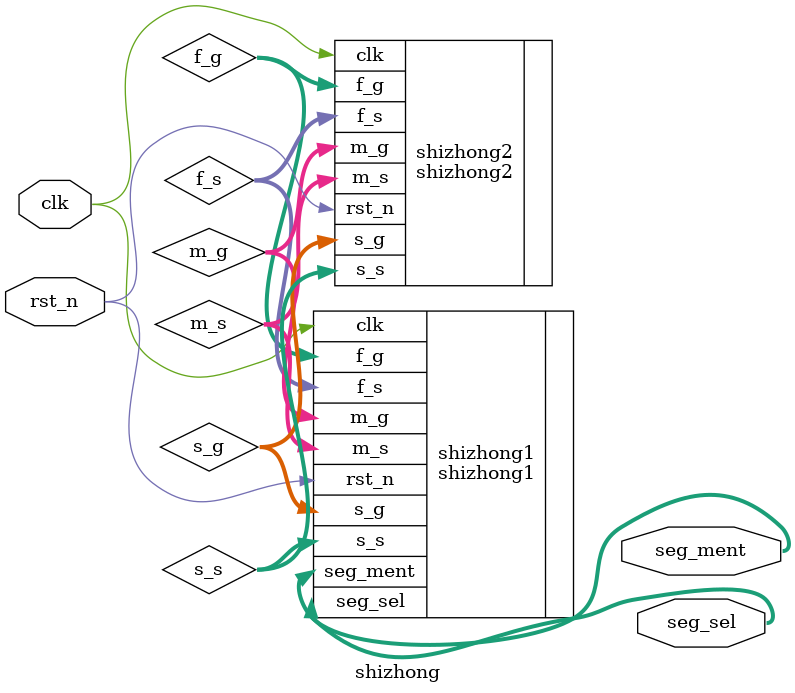
<source format=v>
module shizhong
(
input    clk    ,
input    rst_n  ,

output wire [5:0]    seg_sel,
output wire [6:0]   seg_ment
);



wire[3:0]        m_g;//秒个位 最大值9
wire[2:0]        m_s;//秒十位 最大值5
wire[3:0]        f_g;//分个位 最大值9
wire[2:0]        f_s;//分十位 最大值5
wire[3:0]        s_g;//时个位 最大值9
wire[1:0]        s_s;//时十位 最大值2



	shizhong1 shizhong1
(
	.clk   (clk) ,
	.rst_n (rst_n) ,

	.m_g (m_g),
	.m_s (m_s),
	.f_g (f_g),
	.f_s (f_s),
	.s_g (s_g),
	.s_s (s_s),
		
	.seg_sel (seg_sel),
	.seg_ment(seg_ment)
);


	shizhong2 shizhong2
(
	.clk   (clk) ,
	.rst_n (rst_n) ,

	.m_g (m_g),
	.m_s (m_s),
	.f_g (f_g),
	.f_s (f_s),
	.s_g (s_g),
	.s_s (s_s)
	   
);


endmodule


</source>
